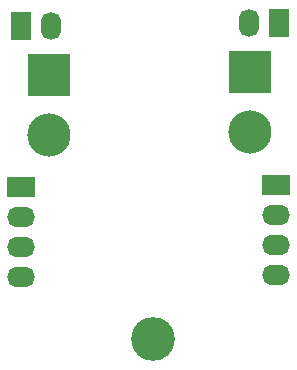
<source format=gbs>
%FSTAX24Y24*%
%MOIN*%
G70*
G01*
G75*
G04 Layer_Color=16711935*
%ADD10R,0.0500X0.0550*%
%ADD11R,0.0910X0.0220*%
%ADD12C,0.0450*%
%ADD13C,0.0200*%
%ADD14C,0.0160*%
%ADD15C,0.0071*%
%ADD16R,0.1360X0.1360*%
%ADD17C,0.1360*%
%ADD18R,0.0850X0.0600*%
%ADD19O,0.0850X0.0600*%
%ADD20O,0.0600X0.0850*%
%ADD21R,0.0600X0.0850*%
%ADD22C,0.1380*%
%ADD23C,0.0060*%
%ADD24C,0.0100*%
%ADD25C,0.0040*%
%ADD26C,0.0050*%
%ADD27C,0.0070*%
%ADD28C,0.0030*%
%ADD29R,0.0580X0.0630*%
%ADD30R,0.0990X0.0300*%
%ADD31R,0.1440X0.1440*%
%ADD32C,0.1440*%
%ADD33R,0.0930X0.0680*%
%ADD34O,0.0930X0.0680*%
%ADD35O,0.0680X0.0930*%
%ADD36R,0.0680X0.0930*%
%ADD37C,0.1460*%
D31*
X03955Y0264D02*
D03*
X04625Y0265D02*
D03*
D32*
X03955Y0244D02*
D03*
X04625Y0245D02*
D03*
D33*
X038615Y022691D02*
D03*
X047115Y022741D02*
D03*
D34*
X038615Y021691D02*
D03*
Y020691D02*
D03*
Y019691D02*
D03*
X047115Y021741D02*
D03*
Y020741D02*
D03*
Y019741D02*
D03*
D35*
X0462Y02815D02*
D03*
X0396Y02805D02*
D03*
D36*
X0472Y02815D02*
D03*
X0386Y02805D02*
D03*
D37*
X043Y0176D02*
D03*
M02*

</source>
